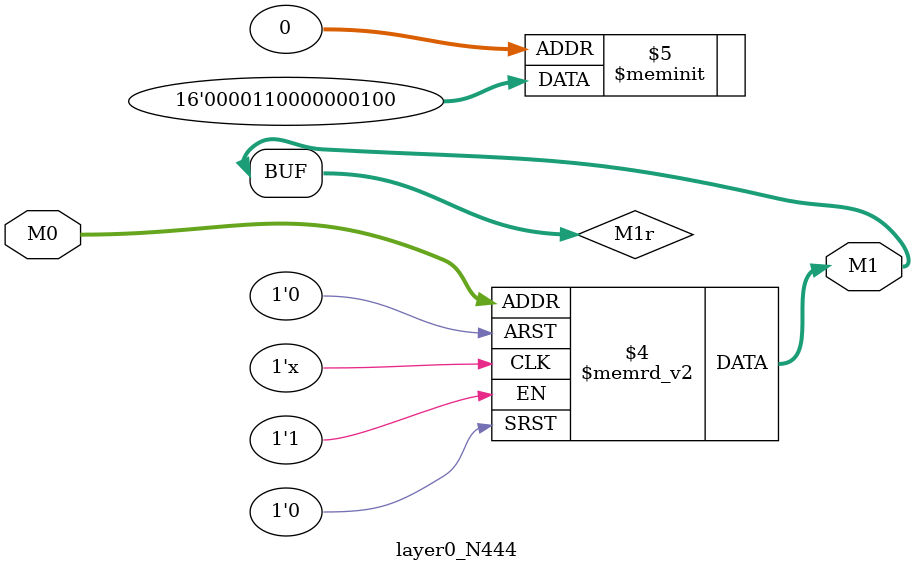
<source format=v>
module layer0_N444 ( input [2:0] M0, output [1:0] M1 );

	(*rom_style = "distributed" *) reg [1:0] M1r;
	assign M1 = M1r;
	always @ (M0) begin
		case (M0)
			3'b000: M1r = 2'b00;
			3'b100: M1r = 2'b00;
			3'b010: M1r = 2'b00;
			3'b110: M1r = 2'b00;
			3'b001: M1r = 2'b01;
			3'b101: M1r = 2'b11;
			3'b011: M1r = 2'b00;
			3'b111: M1r = 2'b00;

		endcase
	end
endmodule

</source>
